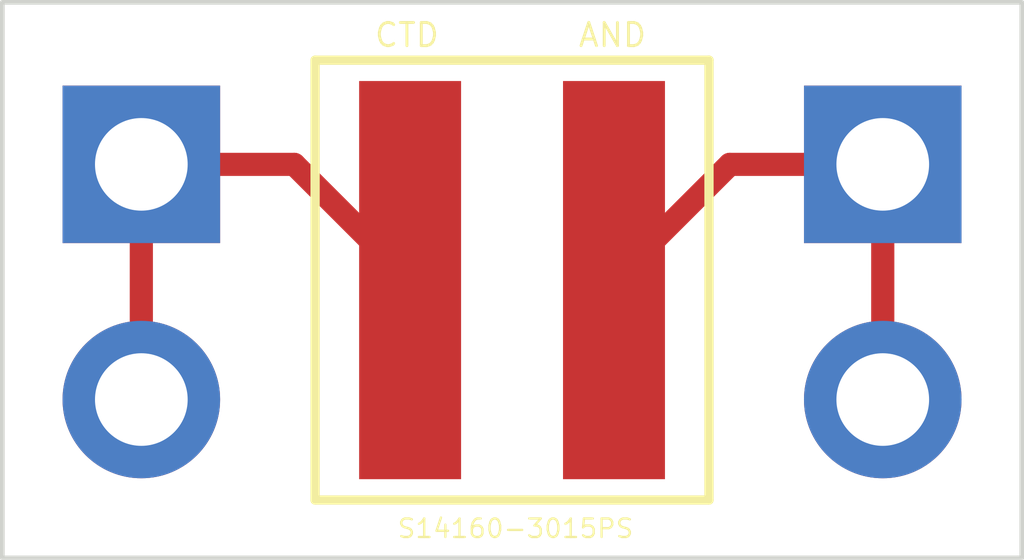
<source format=kicad_pcb>
(kicad_pcb (version 20241229) (generator "pcbnew") (generator_version "9.0")
  (layers (0 "F.Cu" signal) (2 "B.Cu" signal) (13 "F.Paste" user) (15 "B.Paste" user) (5 "F.SilkS" user "F.Silkscreen") (7 "B.SilkS" user "B.Silkscreen") (1 "F.Mask" user) (3 "B.Mask" user) (25 "Edge.Cuts" user))
  (net 0 "")
  (net 1 "HV+")
  (net 2 "SIG")
  (footprint "Connector_PinHeader_2.54mm:Custom_PinHeader_1x02_P2.54mm_Vertical" (layer "F.Cu") (at 146.5 91.25)
    (property "Reference" "J-SIG-2" (hide yes))
    (property "Value" "Conn_01x02_Pin" (hide yes))
    (pad "1" thru_hole rect (at 0 0) (size 1.7 1.7) (drill 1) (layers "*.Cu" "*.Mask") (net 2 "SIG"))
    (pad "2" thru_hole circle (at 0 2.54) (size 1.7 1.7) (drill 1) (layers "*.Cu" "*.Mask") (net 2 "SIG"))
  )
  (footprint "Library:S14160-3010PS" (layer "F.Cu") (at 142.5 92.5)
    (property "Reference" "D1" (hide yes))
    (property "Value" "~" (hide yes))
    (fp_line (start -2.125 2.375) (end -2.125 -2.375) (stroke (width 0.1)) (layer "F.SilkS"))
    (fp_line (start 2.125 -2.375) (end -2.125 -2.375) (stroke (width 0.1)) (layer "F.SilkS"))
    (fp_line (start 2.125 2.375) (end -2.125 2.375) (stroke (width 0.1)) (layer "F.SilkS"))
    (fp_line (start 2.125 2.375) (end 2.125 -2.375) (stroke (width 0.1)) (layer "F.SilkS"))
    (pad "1" smd rect (at -1.1 0) (size 1.1 4.3) (layers "F.Cu" "F.Mask" "F.Paste") (net 1 "HV+"))
    (pad "2" smd rect (at 1.1 0) (size 1.1 4.3) (layers "F.Cu" "F.Mask" "F.Paste") (net 2 "SIG"))
  )
  (footprint "Connector_PinHeader_2.54mm:Custom_PinHeader_1x02_P2.54mm_Vertical" (layer "F.Cu") (at 138.5 91.25)
    (property "Reference" "J-PWR-2" (hide yes))
    (property "Value" "Conn_01x02_Pin" (hide yes))
    (pad "1" thru_hole rect (at 0 0) (size 1.7 1.7) (drill 1) (layers "*.Cu" "*.Mask") (net 1 "HV+"))
    (pad "2" thru_hole circle (at 0 2.54) (size 1.7 1.7) (drill 1) (layers "*.Cu" "*.Mask") (net 1 "HV+"))
  )
  (gr_rect (start 137 89.5) (end 148 95.5) (stroke (width 0.05)) (fill no) (layer "Edge.Cuts"))
  (gr_text "S14160-3015PS" (at 141.25 95.3 0) (layer "F.SilkS") (effects (font (size 0.2 0.2) (thickness 0.025)) (justify left bottom)))
  (gr_text "AND" (at 143.2 90 0) (layer "F.SilkS") (effects (font (size 0.25 0.25) (thickness 0.03125)) (justify left bottom)))
  (gr_text "CTD" (at 141 90 0) (layer "F.SilkS") (effects (font (size 0.25 0.25) (thickness 0.03125)) (justify left bottom)))
  (segment (start 138.5 93.79) (end 138.5 91.25) (width 0.25) (layer "F.Cu") (net 1))
  (segment (start 138.5 91.25) (end 140.15 91.25) (width 0.25) (layer "F.Cu") (net 1))
  (segment (start 140.15 91.25) (end 141.4 92.5) (width 0.25) (layer "F.Cu") (net 1))
  (segment (start 146.5 91.25) (end 144.85 91.25) (width 0.25) (layer "F.Cu") (net 2))
  (segment (start 144.85 91.25) (end 143.6 92.5) (width 0.25) (layer "F.Cu") (net 2))
  (segment (start 146.5 93.79) (end 146.5 91.25) (width 0.25) (layer "F.Cu") (net 2))
)
</source>
